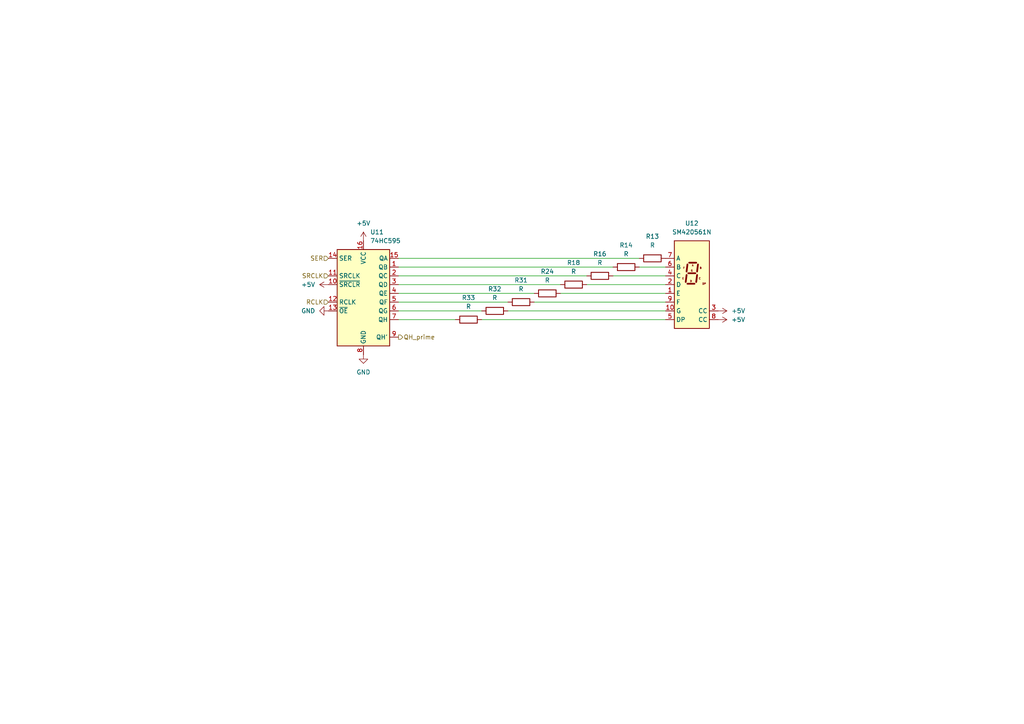
<source format=kicad_sch>
(kicad_sch (version 20230121) (generator eeschema)
  (paper "A4")
  (lib_symbols
    (symbol "74xx:74HC595"
      (property "Reference" "U" (at -7.62 13.97 0))
      (property "Value" "74HC595" (at -7.62 -16.51 0))
      (symbol "74HC595_1_0"
        (pin tri_state line (at 10.16 7.62 180) (length 2.54) (name "QB") (number "1"))
        (pin input line (at -10.16 2.54 0) (length 2.54) (name "~{SRCLR}") (number "10"))
        (pin input line (at -10.16 5.08 0) (length 2.54) (name "SRCLK") (number "11"))
        (pin input line (at -10.16 -2.54 0) (length 2.54) (name "RCLK") (number "12"))
        (pin input line (at -10.16 -5.08 0) (length 2.54) (name "~{OE}") (number "13"))
        (pin input line (at -10.16 10.16 0) (length 2.54) (name "SER") (number "14"))
        (pin tri_state line (at 10.16 10.16 180) (length 2.54) (name "QA") (number "15"))
        (pin power_in line (at 0 15.24 270) (length 2.54) (name "VCC") (number "16"))
        (pin tri_state line (at 10.16 5.08 180) (length 2.54) (name "QC") (number "2"))
        (pin tri_state line (at 10.16 2.54 180) (length 2.54) (name "QD") (number "3"))
        (pin tri_state line (at 10.16 0 180) (length 2.54) (name "QE") (number "4"))
        (pin tri_state line (at 10.16 -2.54 180) (length 2.54) (name "QF") (number "5"))
        (pin tri_state line (at 10.16 -5.08 180) (length 2.54) (name "QG") (number "6"))
        (pin tri_state line (at 10.16 -7.62 180) (length 2.54) (name "QH") (number "7"))
        (pin power_in line (at 0 -17.78 90) (length 2.54) (name "GND") (number "8"))
        (pin output line (at 10.16 -12.7 180) (length 2.54) (name "QH'") (number "9"))
      )
      (symbol "74HC595_1_1"
        (rectangle (start -7.62 12.7) (end 7.62 -15.24) (stroke (width 0.254)) (fill (type background)))
      )
    )
    (symbol "Device:R" (pin_numbers hide) (pin_names (offset 0))
      (property "Reference" "R" (at 2.032 0 90))
      (property "Value" "R" (at 0 0 90))
      (symbol "R_0_1"
        (rectangle (start -1.016 -2.54) (end 1.016 2.54) (stroke (width 0.254)))
      )
      (symbol "R_1_1"
        (pin passive line (at 0 3.81 270) (length 1.27) (name "~") (number "1"))
        (pin passive line (at 0 -3.81 90) (length 1.27) (name "~") (number "2"))
      )
    )
    (symbol "Display_Character:SM420561N"
      (property "Reference" "U" (at -2.54 13.97 0))
      (property "Value" "SM420561N" (at 1.27 13.97 0))
      (symbol "SM420561N_0_0"
        (text "A" (at 0.254 5.588 0) (effects (font (size 0.508 0.508))))
        (text "B" (at 2.54 4.826 0) (effects (font (size 0.508 0.508))))
        (text "C" (at 2.286 1.778 0) (effects (font (size 0.508 0.508))))
        (text "D" (at -0.254 1.016 0) (effects (font (size 0.508 0.508))))
        (text "DP" (at 3.556 0.254 0) (effects (font (size 0.508 0.508))))
        (text "E" (at -2.54 1.778 0) (effects (font (size 0.508 0.508))))
        (text "F" (at -2.286 4.826 0) (effects (font (size 0.508 0.508))))
        (text "G" (at 0 4.064 0) (effects (font (size 0.508 0.508))))
      )
      (symbol "SM420561N_0_1"
        (rectangle (start -5.08 12.7) (end 5.08 -12.7) (stroke (width 0.254)) (fill (type background)))
        (polyline (pts (xy -1.524 2.794) (xy -1.778 0.762)) (stroke (width 0.508)))
        (polyline (pts (xy -1.27 0.254) (xy 0.762 0.254)) (stroke (width 0.508)))
        (polyline (pts (xy -1.27 5.842) (xy -1.524 3.81)) (stroke (width 0.508)))
        (polyline (pts (xy -1.016 3.302) (xy 1.016 3.302)) (stroke (width 0.508)))
        (polyline (pts (xy -0.762 6.35) (xy 1.27 6.35)) (stroke (width 0.508)))
        (polyline (pts (xy 1.524 2.794) (xy 1.27 0.762)) (stroke (width 0.508)))
        (polyline (pts (xy 1.778 5.842) (xy 1.524 3.81)) (stroke (width 0.508)))
        (polyline (pts (xy 2.54 0.254) (xy 2.54 0.254)) (stroke (width 0.508)))
      )
      (symbol "SM420561N_1_1"
        (pin input line (at -7.62 -2.54 0) (length 2.54) (name "E") (number "1"))
        (pin input line (at -7.62 -7.62 0) (length 2.54) (name "G") (number "10"))
        (pin input line (at -7.62 0 0) (length 2.54) (name "D") (number "2"))
        (pin input line (at 7.62 -7.62 180) (length 2.54) (name "CC") (number "3"))
        (pin input line (at -7.62 2.54 0) (length 2.54) (name "C") (number "4"))
        (pin input line (at -7.62 -10.16 0) (length 2.54) (name "DP") (number "5"))
        (pin input line (at -7.62 5.08 0) (length 2.54) (name "B") (number "6"))
        (pin input line (at -7.62 7.62 0) (length 2.54) (name "A") (number "7"))
        (pin input line (at 7.62 -10.16 180) (length 2.54) (name "CC") (number "8"))
        (pin input line (at -7.62 -5.08 0) (length 2.54) (name "F") (number "9"))
      )
    )
    (symbol "power:+5V" (power) (pin_names (offset 0))
      (property "Value" "+5V" (at 0 3.556 0))
      (symbol "+5V_0_1"
        (polyline (pts (xy -0.762 1.27) (xy 0 2.54)))
        (polyline (pts (xy 0 0) (xy 0 2.54)))
        (polyline (pts (xy 0 2.54) (xy 0.762 1.27)))
      )
      (symbol "+5V_1_1"
        (pin power_in line (at 0 0 90) (length 0) hide (name "+5V") (number "1"))
      )
    )
    (symbol "power:GND" (power) (pin_names (offset 0))
      (property "Value" "GND" (at 0 -3.81 0))
      (symbol "GND_0_1"
        (polyline (pts (xy 0 0) (xy 0 -1.27) (xy 1.27 -1.27) (xy 0 -2.54) (xy -1.27 -1.27) (xy 0 -1.27)))
      )
      (symbol "GND_1_1"
        (pin power_in line (at 0 0 270) (length 0) hide (name "GND") (number "1"))
      )
    )
  )
  (wire (pts (xy 115.57 90.17) (xy 139.7 90.17)))
  (wire (pts (xy 177.8 80.01) (xy 193.04 80.01)))
  (wire (pts (xy 147.32 90.17) (xy 193.04 90.17)))
  (wire (pts (xy 170.18 82.55) (xy 193.04 82.55)))
  (wire (pts (xy 115.57 77.47) (xy 177.8 77.47)))
  (wire (pts (xy 115.57 80.01) (xy 170.18 80.01)))
  (wire (pts (xy 115.57 74.93) (xy 185.42 74.93)))
  (wire (pts (xy 154.94 87.63) (xy 193.04 87.63)))
  (wire (pts (xy 139.7 92.71) (xy 193.04 92.71)))
  (wire (pts (xy 185.42 77.47) (xy 193.04 77.47)))
  (wire (pts (xy 115.57 82.55) (xy 162.56 82.55)))
  (wire (pts (xy 115.57 85.09) (xy 154.94 85.09)))
  (wire (pts (xy 115.57 92.71) (xy 132.08 92.71)))
  (wire (pts (xy 162.56 85.09) (xy 193.04 85.09)))
  (wire (pts (xy 115.57 87.63) (xy 147.32 87.63)))
  (hierarchical_label "SER" (shape input) (at 95.25 74.93 180))
  (hierarchical_label "RCLK" (shape input) (at 95.25 87.63 180))
  (hierarchical_label "QH_prime" (shape output) (at 115.57 97.79 0))
  (hierarchical_label "SRCLK" (shape input) (at 95.25 80.01 180))
  (symbol (lib_id "power:GND") (at 95.25 90.17 270) (unit 1)
    (property "Reference" "#PWR042" (effects hide))
    (property "Value" "GND" (at 91.44 90.17 90) (effects (justify right)))
    (instances (project "hp_common_slot" (path "" (reference "#PWR042") (unit 1)) (path "" (reference "#PWR045") (unit 1)) (path "" (reference "#PWR051") (unit 1)) (path "" (reference "#PWR057") (unit 1))))
  )
  (symbol (lib_id "Device:R") (at 173.99 80.01 90) (unit 1)
    (property "Reference" "R16" (at 173.99 73.66 90))
    (property "Value" "R" (at 173.99 76.2 90))
    (instances (project "hp_common_slot" (path "" (reference "R16") (unit 1)) (path "" (reference "R39") (unit 1)) (path "" (reference "R47") (unit 1)) (path "" (reference "R55") (unit 1))))
  )
  (symbol (lib_id "Device:R") (at 189.23 74.93 90) (unit 1)
    (property "Reference" "R13" (at 189.23 68.58 90))
    (property "Value" "R" (at 189.23 71.12 90))
    (instances (project "hp_common_slot" (path "" (reference "R13") (unit 1)) (path "" (reference "R41") (unit 1)) (path "" (reference "R49") (unit 1)) (path "" (reference "R57") (unit 1))))
  )
  (symbol (lib_id "Device:R") (at 135.89 92.71 90) (unit 1)
    (property "Reference" "R33" (at 135.89 86.36 90))
    (property "Value" "R" (at 135.89 88.9 90))
    (instances (project "hp_common_slot" (path "" (reference "R33") (unit 1)) (path "" (reference "R34") (unit 1)) (path "" (reference "R42") (unit 1)) (path "" (reference "R50") (unit 1))))
  )
  (symbol (lib_id "power:+5V") (at 208.28 92.71 270) (unit 1)
    (property "Reference" "#PWR038" (effects hide))
    (property "Value" "+5V" (at 212.09 92.71 90) (effects (justify left)))
    (instances (project "hp_common_slot" (path "" (reference "#PWR038") (unit 1)) (path "" (reference "#PWR049") (unit 1)) (path "" (reference "#PWR055") (unit 1)) (path "" (reference "#PWR061") (unit 1))))
  )
  (symbol (lib_id "Device:R") (at 166.37 82.55 90) (unit 1)
    (property "Reference" "R18" (at 166.37 76.2 90))
    (property "Value" "R" (at 166.37 78.74 90))
    (instances (project "hp_common_slot" (path "" (reference "R18") (unit 1)) (path "" (reference "R38") (unit 1)) (path "" (reference "R46") (unit 1)) (path "" (reference "R54") (unit 1))))
  )
  (symbol (lib_id "74xx:74HC595") (at 105.41 85.09 0) (unit 1)
    (property "Reference" "U11" (at 107.3659 67.31 0) (effects (justify left)))
    (property "Value" "74HC595" (at 107.3659 69.85 0) (effects (justify left)))
    (property "Datasheet" "http://www.ti.com/lit/ds/symlink/sn74hc595.pdf" (effects hide))
    (instances (project "hp_common_slot" (path "" (reference "U11") (unit 1)) (path "" (reference "U13") (unit 1)) (path "" (reference "U15") (unit 1)) (path "" (reference "U17") (unit 1))))
  )
  (symbol (lib_id "Device:R") (at 143.51 90.17 90) (unit 1)
    (property "Reference" "R32" (at 143.51 83.82 90))
    (property "Value" "R" (at 143.51 86.36 90))
    (instances (project "hp_common_slot" (path "" (reference "R32") (unit 1)) (path "" (reference "R35") (unit 1)) (path "" (reference "R43") (unit 1)) (path "" (reference "R51") (unit 1))))
  )
  (symbol (lib_id "power:+5V") (at 105.41 69.85 0) (unit 1)
    (property "Reference" "#PWR041" (effects hide))
    (property "Value" "+5V" (at 105.41 64.77 0))
    (instances (project "hp_common_slot" (path "" (reference "#PWR041") (unit 1)) (path "" (reference "#PWR046") (unit 1)) (path "" (reference "#PWR052") (unit 1)) (path "" (reference "#PWR058") (unit 1))))
  )
  (symbol (lib_id "power:+5V") (at 95.25 82.55 90) (unit 1)
    (property "Reference" "#PWR043" (effects hide))
    (property "Value" "+5V" (at 91.44 82.55 90) (effects (justify left)))
    (instances (project "hp_common_slot" (path "" (reference "#PWR043") (unit 1)) (path "" (reference "#PWR044") (unit 1)) (path "" (reference "#PWR050") (unit 1)) (path "" (reference "#PWR056") (unit 1))))
  )
  (symbol (lib_id "power:+5V") (at 208.28 90.17 270) (unit 1)
    (property "Reference" "#PWR033" (effects hide))
    (property "Value" "+5V" (at 212.09 90.17 90) (effects (justify left)))
    (instances (project "hp_common_slot" (path "" (reference "#PWR033") (unit 1)) (path "" (reference "#PWR048") (unit 1)) (path "" (reference "#PWR054") (unit 1)) (path "" (reference "#PWR060") (unit 1))))
  )
  (symbol (lib_id "power:GND") (at 105.41 102.87 0) (unit 1)
    (property "Reference" "#PWR040" (effects hide))
    (property "Value" "GND" (at 105.41 107.95 0))
    (instances (project "hp_common_slot" (path "" (reference "#PWR040") (unit 1)) (path "" (reference "#PWR047") (unit 1)) (path "" (reference "#PWR053") (unit 1)) (path "" (reference "#PWR059") (unit 1))))
  )
  (symbol (lib_id "Device:R") (at 181.61 77.47 90) (unit 1)
    (property "Reference" "R14" (at 181.61 71.12 90))
    (property "Value" "R" (at 181.61 73.66 90))
    (instances (project "hp_common_slot" (path "" (reference "R14") (unit 1)) (path "" (reference "R40") (unit 1)) (path "" (reference "R48") (unit 1)) (path "" (reference "R56") (unit 1))))
  )
  (symbol (lib_id "Display_Character:SM420561N") (at 200.66 82.55 0) (unit 1)
    (property "Reference" "U12" (at 200.66 64.77 0))
    (property "Value" "SM420561N" (at 200.66 67.31 0))
    (property "Footprint" "Display_7Segment:7SegmentLED_LTS6760_LTS6780" (effects hide))
    (property "Datasheet" "https://datasheet.lcsc.com/szlcsc/Wuxi-ARK-Tech-Elec-SM420561N_C141367.pdf" (effects hide))
    (instances (project "hp_common_slot" (path "" (reference "U12") (unit 1)) (path "" (reference "U14") (unit 1)) (path "" (reference "U16") (unit 1)) (path "" (reference "U18") (unit 1))))
  )
  (symbol (lib_id "Device:R") (at 158.75 85.09 90) (unit 1)
    (property "Reference" "R24" (at 158.75 78.74 90))
    (property "Value" "R" (at 158.75 81.28 90))
    (instances (project "hp_common_slot" (path "" (reference "R24") (unit 1)) (path "" (reference "R37") (unit 1)) (path "" (reference "R45") (unit 1)) (path "" (reference "R53") (unit 1))))
  )
  (symbol (lib_id "Device:R") (at 151.13 87.63 90) (unit 1)
    (property "Reference" "R31" (at 151.13 81.28 90))
    (property "Value" "R" (at 151.13 83.82 90))
    (instances (project "hp_common_slot" (path "" (reference "R31") (unit 1)) (path "" (reference "R36") (unit 1)) (path "" (reference "R44") (unit 1)) (path "" (reference "R52") (unit 1))))
  )
)
</source>
